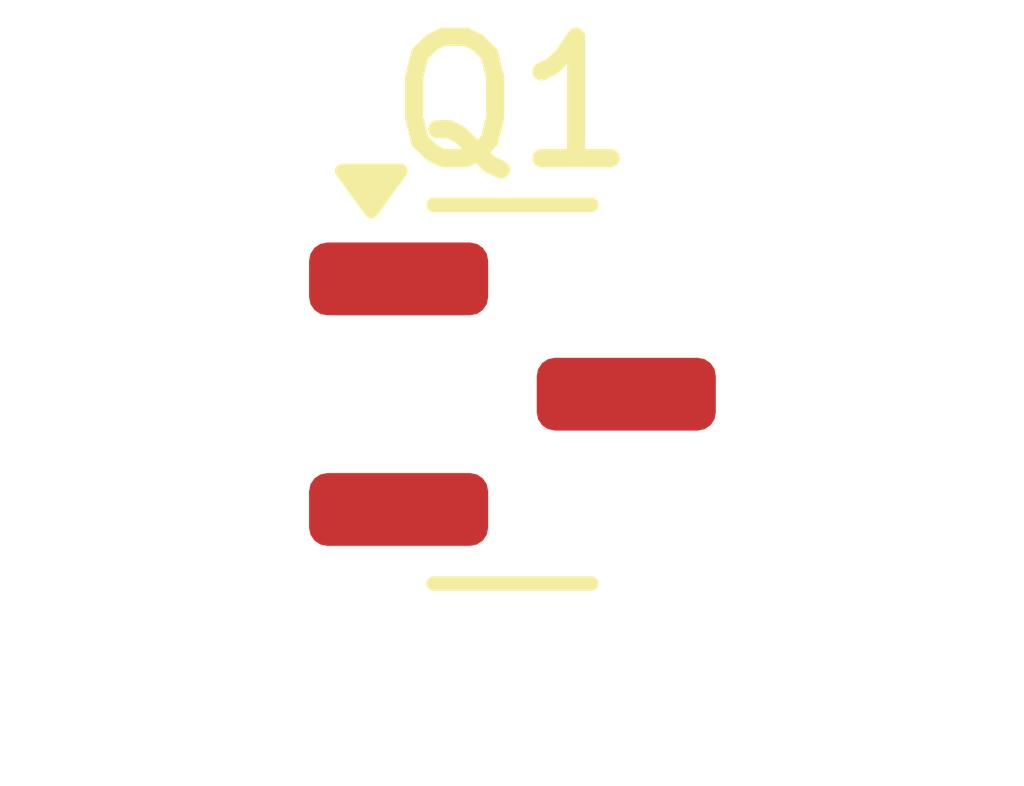
<source format=kicad_pcb>
(kicad_pcb (version 20240108) (generator "pcbnew") (generator_version "8.0")
  (layers (0 "F.Cu" signal) (31 "B.Cu" signal) (34 "B.Paste" user) (35 "F.Paste" user) (36 "B.SilkS" user "B.Silkscreen") (37 "F.SilkS" user "F.Silkscreen") (38 "B.Mask" user) (39 "F.Mask" user) (44 "Edge.Cuts" user))
  (net 0 "")
  (net 1 "LED+")
  (net 2 "Net-(Q1-D)")
  (footprint "Package_TO_SOT_SMD:SOT-23" (layer "F.Cu") (at 107.0625 73.5)
    (property "Reference" "Q1" (at 0 -2.4 0) (layer "F.SilkS"))
    (property "Value" "Si2319CDS")
    (fp_line (start 0 -1.56) (end -0.65 -1.56) (stroke (width 0.12)) (layer "F.SilkS"))
    (fp_line (start 0 -1.56) (end 0.65 -1.56) (stroke (width 0.12)) (layer "F.SilkS"))
    (fp_line (start 0 1.56) (end -0.65 1.56) (stroke (width 0.12)) (layer "F.SilkS"))
    (fp_line (start 0 1.56) (end 0.65 1.56) (stroke (width 0.12)) (layer "F.SilkS"))
    (fp_poly (pts (xy -1.1625 -1.51) (xy -1.4025 -1.84) (xy -0.9225 -1.84) (xy -1.1625 -1.51)) (stroke (width 0.12)) (fill solid) (layer "F.SilkS"))
    (pad "1" smd roundrect (at -0.9375 -0.95) (size 1.475 0.6) (layers "F.Cu" "F.Paste" "F.Mask"))
    (pad "2" smd roundrect (at -0.9375 0.95) (size 1.475 0.6) (layers "F.Cu" "F.Paste" "F.Mask") (net 1 "LED+"))
    (pad "3" smd roundrect (at 0.9375 0) (size 1.475 0.6) (layers "F.Cu" "F.Paste" "F.Mask") (net 2 "Net-(Q1-D)"))
  )
)
</source>
